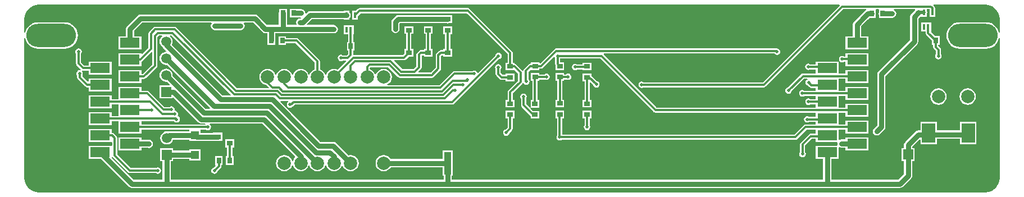
<source format=gtl>
G04*
G04 #@! TF.GenerationSoftware,Altium Limited,Altium Designer,18.1.9 (240)*
G04*
G04 Layer_Physical_Order=1*
G04 Layer_Color=255*
%FSAX25Y25*%
%MOIN*%
G70*
G01*
G75*
%ADD15R,0.07874X0.11811*%
%ADD16R,0.02756X0.03347*%
%ADD17R,0.04331X0.13386*%
%ADD18R,0.01575X0.03347*%
%ADD19R,0.11811X0.05906*%
%ADD20R,0.03347X0.02756*%
%ADD21R,0.04803X0.04921*%
%ADD22R,0.03819X0.03150*%
%ADD38C,0.01200*%
%ADD39C,0.03000*%
%ADD40C,0.01968*%
%ADD41O,0.29528X0.13780*%
%ADD42C,0.07874*%
%ADD43R,0.05906X0.05906*%
%ADD44C,0.05906*%
%ADD45R,0.04724X0.07874*%
%ADD46R,0.05906X0.05906*%
%ADD47C,0.01968*%
G36*
X0685800Y0484806D02*
X0687600Y0484176D01*
X0689215Y0483162D01*
X0690563Y0481813D01*
X0691577Y0480199D01*
X0692207Y0478399D01*
X0692429Y0476430D01*
Y0468385D01*
X0691929Y0468311D01*
X0691523Y0469649D01*
X0690800Y0471002D01*
X0689826Y0472188D01*
X0688640Y0473162D01*
X0687287Y0473885D01*
X0685818Y0474331D01*
X0684291Y0474481D01*
X0668543D01*
X0667016Y0474331D01*
X0665548Y0473885D01*
X0664195Y0473162D01*
X0663008Y0472188D01*
X0662035Y0471002D01*
X0661312Y0469649D01*
X0660866Y0468181D01*
X0660716Y0466653D01*
X0660866Y0465127D01*
X0661312Y0463658D01*
X0662035Y0462305D01*
X0663008Y0461119D01*
X0664195Y0460145D01*
X0665548Y0459422D01*
X0667016Y0458977D01*
X0668543Y0458826D01*
X0684291D01*
X0685818Y0458977D01*
X0687287Y0459422D01*
X0688640Y0460145D01*
X0689826Y0461119D01*
X0690800Y0462305D01*
X0691523Y0463658D01*
X0691929Y0464996D01*
X0692429Y0464922D01*
Y0382090D01*
X0692207Y0380121D01*
X0691577Y0378322D01*
X0690563Y0376707D01*
X0689214Y0375359D01*
X0687600Y0374344D01*
X0685800Y0373715D01*
X0683831Y0373493D01*
X0122168D01*
X0120200Y0373715D01*
X0118400Y0374344D01*
X0116785Y0375359D01*
X0115437Y0376707D01*
X0114423Y0378322D01*
X0113793Y0380121D01*
X0113571Y0382090D01*
Y0464871D01*
X0114071Y0464945D01*
X0114461Y0463658D01*
X0115185Y0462305D01*
X0116158Y0461119D01*
X0117344Y0460145D01*
X0118698Y0459422D01*
X0120166Y0458977D01*
X0121693Y0458826D01*
X0137441D01*
X0138968Y0458977D01*
X0140436Y0459422D01*
X0141790Y0460145D01*
X0142976Y0461119D01*
X0143949Y0462305D01*
X0144673Y0463658D01*
X0145118Y0465127D01*
X0145268Y0466653D01*
X0145118Y0468181D01*
X0144673Y0469649D01*
X0143949Y0471002D01*
X0142976Y0472188D01*
X0141790Y0473162D01*
X0140436Y0473885D01*
X0138968Y0474331D01*
X0137441Y0474481D01*
X0121693D01*
X0120166Y0474331D01*
X0118698Y0473885D01*
X0117344Y0473162D01*
X0116158Y0472188D01*
X0115185Y0471002D01*
X0114461Y0469649D01*
X0114071Y0468362D01*
X0113571Y0468436D01*
Y0476430D01*
X0113793Y0478399D01*
X0114423Y0480199D01*
X0115437Y0481813D01*
X0116785Y0483162D01*
X0118400Y0484176D01*
X0120200Y0484806D01*
X0122169Y0485028D01*
X0597119D01*
X0597326Y0484528D01*
X0551650Y0438852D01*
X0481024D01*
X0480656Y0439098D01*
X0479921Y0439244D01*
X0479186Y0439098D01*
X0478563Y0438681D01*
X0478146Y0438058D01*
X0478000Y0437323D01*
X0478146Y0436588D01*
X0478563Y0435964D01*
X0479186Y0435548D01*
X0479921Y0435402D01*
X0480656Y0435548D01*
X0481024Y0435793D01*
X0552283D01*
X0552869Y0435910D01*
X0553365Y0436241D01*
X0599413Y0482290D01*
X0612969D01*
X0613004Y0482197D01*
X0613052Y0481789D01*
X0612345Y0481317D01*
X0610455Y0479427D01*
X0610375Y0479309D01*
X0605947Y0474880D01*
X0605416Y0474086D01*
X0605230Y0473150D01*
Y0470472D01*
Y0466136D01*
X0600872D01*
Y0458431D01*
X0614483D01*
Y0466136D01*
X0610124D01*
Y0470472D01*
Y0472136D01*
X0613915Y0475927D01*
X0613995Y0476046D01*
X0614962Y0477013D01*
X0618676D01*
Y0478737D01*
X0618845Y0479587D01*
X0618676Y0480437D01*
X0618676Y0482160D01*
X0619122Y0482290D01*
X0620169D01*
X0620616Y0482160D01*
X0620616Y0481789D01*
Y0480437D01*
X0620447Y0479587D01*
X0620616Y0478737D01*
Y0477013D01*
X0625172D01*
Y0477140D01*
X0628517D01*
X0629454Y0477326D01*
X0630247Y0477856D01*
X0630778Y0478650D01*
X0630964Y0479587D01*
X0630778Y0480523D01*
X0630247Y0481317D01*
X0629540Y0481789D01*
X0629588Y0482197D01*
X0629623Y0482290D01*
X0642019D01*
X0642227Y0481789D01*
X0639923Y0479486D01*
X0639393Y0478692D01*
X0639207Y0477756D01*
Y0464124D01*
X0620356Y0445274D01*
X0619826Y0444480D01*
X0619640Y0443543D01*
Y0413415D01*
X0617738Y0411514D01*
X0617208Y0410720D01*
X0617022Y0409784D01*
X0617208Y0408847D01*
X0617738Y0408053D01*
X0618532Y0407523D01*
X0619468Y0407337D01*
X0620405Y0407523D01*
X0621199Y0408053D01*
X0623817Y0410671D01*
X0624347Y0411465D01*
X0624534Y0412402D01*
Y0442530D01*
X0643384Y0461380D01*
X0643914Y0462174D01*
X0644101Y0463110D01*
Y0476742D01*
X0645296Y0477938D01*
X0645675Y0477781D01*
Y0477781D01*
X0649050D01*
Y0479488D01*
X0649137Y0479619D01*
X0649283Y0480354D01*
X0649137Y0481089D01*
X0649050Y0481220D01*
Y0482290D01*
X0650793D01*
Y0477781D01*
X0654168D01*
Y0482928D01*
X0653999D01*
X0653893Y0483459D01*
X0653562Y0483955D01*
X0652989Y0484528D01*
X0653196Y0485028D01*
X0683831D01*
X0685800Y0484806D01*
D02*
G37*
%LPC*%
G36*
X0364665Y0478805D02*
X0335374D01*
X0334438Y0478619D01*
X0333644Y0478089D01*
X0332049Y0476494D01*
X0331519Y0475700D01*
X0331332Y0474764D01*
Y0470512D01*
X0331519Y0469575D01*
X0332049Y0468782D01*
X0332843Y0468251D01*
X0333780Y0468065D01*
X0334716Y0468251D01*
X0335510Y0468782D01*
X0336040Y0469575D01*
X0336227Y0470512D01*
Y0473750D01*
X0336388Y0473911D01*
X0364348D01*
X0364744Y0473833D01*
X0365594Y0474002D01*
X0367317D01*
Y0478557D01*
X0365694D01*
X0365602Y0478619D01*
X0365446Y0478650D01*
X0364665Y0478805D01*
D02*
G37*
G36*
X0275802Y0482514D02*
X0271246D01*
Y0480791D01*
X0271077Y0479941D01*
X0271246Y0479091D01*
Y0477368D01*
X0275802D01*
Y0477494D01*
X0277444D01*
X0277696Y0476994D01*
X0277537Y0476780D01*
X0277205D01*
X0276268Y0476594D01*
X0275474Y0476063D01*
X0274944Y0475270D01*
X0274758Y0474333D01*
X0274944Y0473397D01*
X0274994Y0473321D01*
X0274759Y0472880D01*
X0269475D01*
Y0479941D01*
X0269305Y0480791D01*
Y0482514D01*
X0264750D01*
Y0480791D01*
X0264580Y0479941D01*
Y0472880D01*
X0257588D01*
X0252085Y0478384D01*
X0251291Y0478914D01*
X0250354Y0479101D01*
X0182520D01*
X0181583Y0478914D01*
X0180789Y0478384D01*
X0174530Y0472124D01*
X0173999Y0471330D01*
X0173813Y0470394D01*
Y0466176D01*
X0169454D01*
Y0458470D01*
X0183065D01*
Y0466176D01*
X0178707D01*
Y0469380D01*
X0183533Y0474206D01*
X0224333D01*
X0224600Y0473706D01*
X0224275Y0473220D01*
X0224088Y0472284D01*
X0224275Y0471347D01*
X0224805Y0470553D01*
X0225599Y0470023D01*
X0226535Y0469836D01*
X0241850D01*
X0242787Y0470023D01*
X0243581Y0470553D01*
X0244111Y0471347D01*
X0244297Y0472284D01*
X0244111Y0473220D01*
X0243786Y0473706D01*
X0244053Y0474206D01*
X0249341D01*
X0254844Y0468703D01*
X0255638Y0468172D01*
X0256575Y0467986D01*
X0257691D01*
Y0463563D01*
X0257860Y0462713D01*
Y0460990D01*
X0262416D01*
Y0462713D01*
X0262585Y0463563D01*
Y0467986D01*
X0297165D01*
X0298102Y0468172D01*
X0298896Y0468703D01*
X0299426Y0469497D01*
X0299612Y0470433D01*
X0299426Y0471370D01*
X0298896Y0472163D01*
X0298102Y0472694D01*
X0297165Y0472880D01*
X0281364D01*
X0281173Y0473342D01*
X0284045Y0476214D01*
X0302998D01*
Y0476088D01*
X0306372D01*
Y0476902D01*
X0306415Y0476931D01*
X0306946Y0477725D01*
X0307132Y0478661D01*
X0306946Y0479598D01*
X0306415Y0480392D01*
X0306372Y0480420D01*
Y0481235D01*
X0302998D01*
Y0481108D01*
X0283032D01*
X0282095Y0480922D01*
X0281301Y0480392D01*
X0280728Y0479819D01*
X0280259Y0480056D01*
X0280095Y0480877D01*
X0279565Y0481671D01*
X0278771Y0482202D01*
X0277835Y0482388D01*
X0275802D01*
Y0482514D01*
D02*
G37*
G36*
X0376772Y0482907D02*
X0312520D01*
X0311934Y0482791D01*
X0311438Y0482459D01*
X0310213Y0481235D01*
X0308116D01*
Y0476088D01*
X0311491D01*
Y0478186D01*
X0313153Y0479849D01*
X0376138D01*
X0400301Y0455685D01*
Y0450526D01*
X0399257D01*
Y0445970D01*
X0404404D01*
X0404404Y0445970D01*
Y0445970D01*
X0404823Y0445770D01*
X0406502Y0444091D01*
Y0439767D01*
X0400749Y0434015D01*
X0400418Y0433518D01*
X0400301Y0432933D01*
Y0428439D01*
X0399257D01*
Y0423883D01*
X0404404D01*
Y0428439D01*
X0403360D01*
Y0432300D01*
X0409113Y0438052D01*
X0409223Y0438217D01*
X0409820Y0438211D01*
X0410059Y0437854D01*
X0410682Y0437438D01*
X0411417Y0437291D01*
X0412152Y0437438D01*
X0412776Y0437854D01*
X0413192Y0438477D01*
X0413339Y0439213D01*
X0413192Y0439948D01*
X0412776Y0440571D01*
X0412750Y0440588D01*
Y0445115D01*
X0413623Y0445988D01*
X0414061Y0446167D01*
Y0446167D01*
X0414061Y0446167D01*
X0419207D01*
Y0446915D01*
X0420138D01*
X0420723Y0447032D01*
X0421219Y0447363D01*
X0427792Y0453936D01*
X0428086Y0453846D01*
X0428301Y0453738D01*
X0428510Y0453425D01*
Y0449764D01*
X0428626Y0449179D01*
X0428746Y0449000D01*
Y0446167D01*
X0433892D01*
Y0450723D01*
X0431569D01*
Y0452998D01*
X0455351D01*
X0487147Y0421202D01*
X0487643Y0420870D01*
X0488228Y0420754D01*
X0583155D01*
Y0418340D01*
X0579213D01*
X0578845Y0418586D01*
X0578110Y0418732D01*
X0577375Y0418586D01*
X0576752Y0418169D01*
X0576335Y0417546D01*
X0576189Y0416811D01*
X0576335Y0416076D01*
X0576752Y0415452D01*
X0577375Y0415036D01*
X0578110Y0414890D01*
X0578845Y0415036D01*
X0579213Y0415282D01*
X0583155D01*
Y0413813D01*
X0577126D01*
X0576541Y0413696D01*
X0576045Y0413365D01*
X0570469Y0407789D01*
X0432750D01*
Y0417466D01*
X0433853D01*
Y0422022D01*
X0428706D01*
Y0417466D01*
X0429691D01*
Y0407363D01*
X0429446Y0406995D01*
X0429299Y0406260D01*
X0429446Y0405525D01*
X0429862Y0404901D01*
X0430485Y0404485D01*
X0431220Y0404339D01*
X0431956Y0404485D01*
X0432323Y0404731D01*
X0571102D01*
X0571688Y0404847D01*
X0572184Y0405178D01*
X0577760Y0410754D01*
X0583155D01*
Y0408301D01*
X0580118D01*
X0579533Y0408185D01*
X0579037Y0407853D01*
X0574273Y0403089D01*
X0573941Y0402593D01*
X0573825Y0402008D01*
Y0397323D01*
X0573579Y0396956D01*
X0573433Y0396220D01*
X0573579Y0395485D01*
X0573996Y0394862D01*
X0574619Y0394446D01*
X0575354Y0394299D01*
X0576089Y0394446D01*
X0576713Y0394862D01*
X0577129Y0395485D01*
X0577276Y0396220D01*
X0577129Y0396956D01*
X0576884Y0397323D01*
Y0401374D01*
X0580752Y0405242D01*
X0583155D01*
Y0403431D01*
X0595618D01*
X0596028Y0402931D01*
X0595939Y0402480D01*
X0596107Y0401636D01*
X0595842Y0401136D01*
X0583155D01*
Y0393431D01*
X0587514D01*
Y0380912D01*
X0367211D01*
Y0383234D01*
X0367829D01*
Y0398420D01*
X0361698D01*
Y0393234D01*
X0331030D01*
X0330261Y0394237D01*
X0329250Y0395012D01*
X0328074Y0395500D01*
X0326811Y0395666D01*
X0325548Y0395500D01*
X0324372Y0395012D01*
X0323361Y0394237D01*
X0322586Y0393227D01*
X0322098Y0392050D01*
X0321932Y0390787D01*
X0322098Y0389525D01*
X0322586Y0388348D01*
X0323361Y0387338D01*
X0324372Y0386562D01*
X0325548Y0386075D01*
X0326811Y0385909D01*
X0328074Y0386075D01*
X0329250Y0386562D01*
X0330261Y0387338D01*
X0331030Y0388340D01*
X0361698D01*
Y0383234D01*
X0362317D01*
Y0380912D01*
X0200479D01*
Y0391935D01*
X0201884D01*
Y0393340D01*
X0211462D01*
Y0392289D01*
X0218065D01*
Y0399010D01*
X0211462D01*
Y0398234D01*
X0201884D01*
Y0399640D01*
X0194179D01*
Y0391935D01*
X0195584D01*
Y0380912D01*
X0178415D01*
X0165402Y0393925D01*
X0165443Y0394253D01*
X0165957Y0394385D01*
X0166084Y0394194D01*
X0174942Y0385336D01*
X0175438Y0385004D01*
X0176024Y0384888D01*
X0191575D01*
X0191942Y0384642D01*
X0192677Y0384496D01*
X0193412Y0384642D01*
X0194036Y0385059D01*
X0194452Y0385682D01*
X0194598Y0386417D01*
X0194452Y0387153D01*
X0194036Y0387776D01*
X0193412Y0388192D01*
X0192677Y0388338D01*
X0191942Y0388192D01*
X0191575Y0387947D01*
X0176657D01*
X0168695Y0395909D01*
Y0405787D01*
X0168578Y0406373D01*
X0168247Y0406869D01*
X0166711Y0408404D01*
X0166215Y0408736D01*
X0165630Y0408852D01*
X0165349D01*
Y0411176D01*
X0151738D01*
Y0403470D01*
X0165349D01*
X0165636Y0403089D01*
Y0401557D01*
X0165349Y0401176D01*
X0165136Y0401176D01*
X0151738D01*
Y0393470D01*
X0158935D01*
X0175671Y0376734D01*
X0176465Y0376204D01*
X0177402Y0376017D01*
X0632992D01*
X0633929Y0376204D01*
X0634722Y0376734D01*
X0639762Y0381774D01*
X0640292Y0382568D01*
X0640479Y0383504D01*
Y0392131D01*
X0641884D01*
Y0399837D01*
X0640479D01*
Y0400719D01*
X0644785Y0405025D01*
X0645285Y0404818D01*
Y0401899D01*
X0654959D01*
Y0405388D01*
X0668907D01*
Y0401899D01*
X0678581D01*
Y0415510D01*
X0668907D01*
Y0410282D01*
X0654959D01*
Y0415510D01*
X0645285D01*
Y0410282D01*
X0644134D01*
X0643197Y0410095D01*
X0642404Y0409565D01*
X0636301Y0403463D01*
X0635771Y0402669D01*
X0635584Y0401732D01*
Y0399837D01*
X0634179D01*
Y0392131D01*
X0635584D01*
Y0384518D01*
X0631979Y0380912D01*
X0592408D01*
Y0393431D01*
X0596766D01*
Y0400146D01*
X0597207Y0400382D01*
X0597449Y0400220D01*
X0598386Y0400033D01*
X0600872D01*
Y0398431D01*
X0614483D01*
Y0406136D01*
X0600872D01*
Y0404927D01*
X0598386D01*
X0597449Y0404741D01*
X0597207Y0404579D01*
X0596766Y0404815D01*
Y0410754D01*
X0600872D01*
Y0408431D01*
X0614483D01*
Y0416136D01*
X0600872D01*
Y0413813D01*
X0596766D01*
Y0420754D01*
X0600872D01*
Y0418431D01*
X0614483D01*
Y0426136D01*
X0600872D01*
Y0423813D01*
X0596766D01*
Y0430754D01*
X0600872D01*
Y0428431D01*
X0614483D01*
Y0436136D01*
X0600872D01*
Y0433813D01*
X0596766D01*
Y0440951D01*
X0600872D01*
Y0438431D01*
X0614483D01*
Y0446136D01*
X0600872D01*
Y0444010D01*
X0596766D01*
Y0451136D01*
X0583155D01*
Y0449521D01*
X0579843D01*
X0579475Y0449767D01*
X0578740Y0449913D01*
X0578005Y0449767D01*
X0577382Y0449351D01*
X0576965Y0448727D01*
X0576819Y0447992D01*
X0576965Y0447257D01*
X0577382Y0446634D01*
X0578005Y0446217D01*
X0578740Y0446071D01*
X0579475Y0446217D01*
X0579843Y0446463D01*
X0583155D01*
Y0444010D01*
X0575630D01*
X0575045Y0443893D01*
X0574548Y0443562D01*
X0566854Y0435867D01*
X0566273Y0435751D01*
X0565649Y0435335D01*
X0565233Y0434712D01*
X0565087Y0433976D01*
X0565233Y0433241D01*
X0565649Y0432618D01*
X0566273Y0432201D01*
X0567008Y0432055D01*
X0567743Y0432201D01*
X0568366Y0432618D01*
X0568783Y0433241D01*
X0568840Y0433527D01*
X0576263Y0440951D01*
X0578226D01*
X0578275Y0440451D01*
X0578202Y0440436D01*
X0577578Y0440020D01*
X0577162Y0439397D01*
X0577016Y0438661D01*
X0577162Y0437926D01*
X0577578Y0437303D01*
X0578202Y0436887D01*
X0578635Y0436800D01*
X0579470Y0435966D01*
X0579966Y0435634D01*
X0580551Y0435518D01*
X0583155D01*
Y0433813D01*
X0576339D01*
X0575971Y0434058D01*
X0575236Y0434205D01*
X0574501Y0434058D01*
X0573878Y0433642D01*
X0573461Y0433019D01*
X0573315Y0432283D01*
X0573461Y0431548D01*
X0573878Y0430925D01*
X0574501Y0430509D01*
X0575236Y0430362D01*
X0575971Y0430509D01*
X0576339Y0430754D01*
X0583155D01*
Y0428813D01*
X0579961D01*
X0579594Y0429058D01*
X0578858Y0429205D01*
X0578123Y0429058D01*
X0577500Y0428642D01*
X0577083Y0428019D01*
X0576937Y0427283D01*
X0577083Y0426548D01*
X0577500Y0425925D01*
X0578123Y0425508D01*
X0578858Y0425362D01*
X0579594Y0425508D01*
X0579961Y0425754D01*
X0583155D01*
Y0423813D01*
X0488862D01*
X0457303Y0455372D01*
X0457510Y0455872D01*
X0558716D01*
X0558838Y0455689D01*
X0559462Y0455272D01*
X0560197Y0455126D01*
X0560932Y0455272D01*
X0561555Y0455689D01*
X0561972Y0456312D01*
X0562118Y0457047D01*
X0561972Y0457782D01*
X0561555Y0458406D01*
X0560932Y0458822D01*
X0560197Y0458968D01*
X0559926Y0458914D01*
X0559842Y0458931D01*
X0429095D01*
X0428509Y0458814D01*
X0428013Y0458483D01*
X0419707Y0450177D01*
X0419207Y0450384D01*
Y0450723D01*
X0414061D01*
Y0449974D01*
X0413917D01*
X0413332Y0449858D01*
X0412836Y0449526D01*
X0410139Y0446830D01*
X0409807Y0446333D01*
X0409705Y0445819D01*
X0409511Y0445727D01*
X0409191Y0445689D01*
X0409113Y0445806D01*
X0405589Y0449330D01*
X0405093Y0449661D01*
X0404508Y0449777D01*
X0404404D01*
Y0450526D01*
X0403360D01*
Y0456319D01*
X0403244Y0456904D01*
X0402912Y0457400D01*
X0377853Y0482459D01*
X0377357Y0482791D01*
X0376772Y0482907D01*
D02*
G37*
G36*
X0308931Y0472573D02*
X0302998D01*
Y0467427D01*
X0305715D01*
Y0462790D01*
X0304946D01*
Y0457643D01*
X0305695D01*
Y0455574D01*
X0304957Y0454837D01*
X0302481D01*
X0302113Y0455082D01*
X0301378Y0455228D01*
X0300643Y0455082D01*
X0300020Y0454666D01*
X0299603Y0454042D01*
X0299457Y0453307D01*
X0299603Y0452572D01*
X0300020Y0451949D01*
X0300643Y0451532D01*
X0301378Y0451386D01*
X0302113Y0451532D01*
X0302481Y0451778D01*
X0304276D01*
X0304468Y0451316D01*
X0299456Y0446304D01*
X0298546Y0446681D01*
X0297284Y0446847D01*
X0296021Y0446681D01*
X0294844Y0446194D01*
X0293834Y0445418D01*
X0293058Y0444408D01*
X0292619Y0443348D01*
X0292581Y0443338D01*
X0292143D01*
X0292105Y0443348D01*
X0291666Y0444408D01*
X0290891Y0445418D01*
X0289880Y0446194D01*
X0288970Y0446571D01*
Y0451221D01*
X0288854Y0451806D01*
X0288522Y0452302D01*
X0276180Y0464644D01*
X0275684Y0464976D01*
X0275098Y0465092D01*
X0268912D01*
Y0466136D01*
X0264356D01*
Y0460990D01*
X0268912D01*
Y0462034D01*
X0274465D01*
X0285912Y0450587D01*
Y0446571D01*
X0285002Y0446194D01*
X0283991Y0445418D01*
X0283216Y0444408D01*
X0282777Y0443348D01*
X0282739Y0443338D01*
X0282301D01*
X0282262Y0443348D01*
X0281823Y0444408D01*
X0281048Y0445418D01*
X0280038Y0446194D01*
X0278861Y0446681D01*
X0277598Y0446847D01*
X0276336Y0446681D01*
X0275159Y0446194D01*
X0274149Y0445418D01*
X0273373Y0444408D01*
X0272934Y0443348D01*
X0272896Y0443338D01*
X0272458D01*
X0272420Y0443348D01*
X0271981Y0444408D01*
X0271206Y0445418D01*
X0270195Y0446194D01*
X0269019Y0446681D01*
X0267756Y0446847D01*
X0266493Y0446681D01*
X0265317Y0446194D01*
X0264306Y0445418D01*
X0263531Y0444408D01*
X0263092Y0443348D01*
X0263053Y0443338D01*
X0262616D01*
X0262578Y0443348D01*
X0262139Y0444408D01*
X0261363Y0445418D01*
X0260353Y0446194D01*
X0259176Y0446681D01*
X0257913Y0446847D01*
X0256651Y0446681D01*
X0255474Y0446194D01*
X0254464Y0445418D01*
X0253688Y0444408D01*
X0253201Y0443231D01*
X0253035Y0441968D01*
X0253201Y0440706D01*
X0253688Y0439529D01*
X0254464Y0438519D01*
X0255474Y0437743D01*
X0256651Y0437256D01*
X0257278Y0437173D01*
X0258777Y0435674D01*
X0258586Y0435212D01*
X0239864D01*
X0203706Y0471370D01*
X0203210Y0471702D01*
X0202624Y0471818D01*
X0191234D01*
X0190649Y0471702D01*
X0190152Y0471370D01*
X0187698Y0468916D01*
X0187367Y0468420D01*
X0187250Y0467835D01*
Y0459413D01*
X0183527Y0455690D01*
X0183065Y0455882D01*
Y0456176D01*
X0169454D01*
Y0448470D01*
X0183065D01*
Y0451015D01*
X0183404Y0451241D01*
X0189000Y0456837D01*
X0189462Y0456646D01*
Y0449381D01*
X0183933Y0443852D01*
X0183065D01*
Y0446176D01*
X0169454D01*
Y0438470D01*
X0183065D01*
Y0440794D01*
X0184567D01*
X0185152Y0440910D01*
X0185648Y0441241D01*
X0192073Y0447666D01*
X0192405Y0448162D01*
X0192521Y0448747D01*
Y0465803D01*
X0193378Y0466660D01*
X0195165D01*
X0195334Y0466160D01*
X0194890Y0465819D01*
X0194272Y0465014D01*
X0193884Y0464077D01*
X0193752Y0463071D01*
X0193884Y0462065D01*
X0194272Y0461128D01*
X0194890Y0460323D01*
X0195620Y0459763D01*
X0195907Y0459333D01*
X0197851Y0457389D01*
X0197779Y0457242D01*
X0197583Y0456950D01*
X0196632Y0456824D01*
X0195695Y0456436D01*
X0194890Y0455819D01*
X0194272Y0455014D01*
X0193884Y0454077D01*
X0193752Y0453071D01*
X0193884Y0452065D01*
X0194272Y0451128D01*
X0194890Y0450323D01*
X0195695Y0449706D01*
X0196632Y0449317D01*
X0197638Y0449185D01*
X0198014Y0449234D01*
X0223628Y0423620D01*
X0223437Y0423158D01*
X0221011D01*
X0201474Y0442695D01*
X0201524Y0443071D01*
X0201391Y0444077D01*
X0201003Y0445014D01*
X0200386Y0445819D01*
X0199581Y0446436D01*
X0198644Y0446825D01*
X0197638Y0446957D01*
X0196632Y0446825D01*
X0195695Y0446436D01*
X0194890Y0445819D01*
X0194272Y0445014D01*
X0193884Y0444077D01*
X0193752Y0443071D01*
X0193884Y0442065D01*
X0194272Y0441128D01*
X0194890Y0440323D01*
X0195695Y0439706D01*
X0196632Y0439317D01*
X0197638Y0439185D01*
X0198014Y0439234D01*
X0199863Y0437386D01*
X0199671Y0436924D01*
X0193785D01*
Y0429218D01*
X0201491D01*
Y0429589D01*
X0201953Y0429780D01*
X0216652Y0415081D01*
X0217446Y0414550D01*
X0218382Y0414364D01*
X0220751D01*
X0221003Y0413864D01*
X0220994Y0413852D01*
X0183065D01*
Y0415794D01*
X0202373D01*
X0202565Y0415506D01*
X0203188Y0415089D01*
X0203923Y0414943D01*
X0204658Y0415089D01*
X0205282Y0415506D01*
X0205698Y0416129D01*
X0205844Y0416864D01*
X0205698Y0417599D01*
X0205282Y0418223D01*
X0204760Y0418571D01*
X0204509Y0419095D01*
X0204649Y0419304D01*
X0204795Y0420039D01*
X0204649Y0420775D01*
X0204233Y0421398D01*
X0203609Y0421814D01*
X0203114Y0421913D01*
X0202700Y0422397D01*
X0202748Y0422638D01*
X0202602Y0423373D01*
X0202185Y0423996D01*
X0201562Y0424413D01*
X0200827Y0424559D01*
X0200092Y0424413D01*
X0199724Y0424167D01*
X0196775D01*
X0187538Y0433404D01*
X0187042Y0433736D01*
X0186457Y0433852D01*
X0183065D01*
Y0436176D01*
X0169454D01*
Y0428852D01*
X0165349D01*
Y0431176D01*
X0151738D01*
Y0423470D01*
X0165349D01*
Y0425794D01*
X0169454D01*
Y0418852D01*
X0165349D01*
Y0421176D01*
X0151738D01*
Y0413470D01*
X0165349D01*
Y0415794D01*
X0169454D01*
Y0408470D01*
X0183065D01*
Y0410793D01*
X0211032D01*
X0211462Y0410624D01*
X0211462Y0410293D01*
Y0409711D01*
X0199508D01*
X0198807Y0409571D01*
X0198031Y0409673D01*
X0197026Y0409541D01*
X0196089Y0409153D01*
X0195284Y0408535D01*
X0194666Y0407730D01*
X0194278Y0406793D01*
X0194146Y0405787D01*
X0194278Y0404782D01*
X0194666Y0403844D01*
X0195284Y0403040D01*
X0196089Y0402422D01*
X0197026Y0402034D01*
X0198031Y0401901D01*
X0199037Y0402034D01*
X0199975Y0402422D01*
X0200779Y0403040D01*
X0201397Y0403844D01*
X0201785Y0404782D01*
X0201790Y0404817D01*
X0211462D01*
Y0403903D01*
X0218065D01*
Y0403970D01*
X0225537D01*
Y0403942D01*
X0231156D01*
Y0408892D01*
X0225537D01*
Y0408864D01*
X0218065D01*
X0218065Y0410624D01*
X0218495Y0410793D01*
X0221260D01*
X0221745Y0410469D01*
X0222480Y0410323D01*
X0223216Y0410469D01*
X0223839Y0410886D01*
X0224255Y0411509D01*
X0224401Y0412244D01*
X0224255Y0412979D01*
X0223839Y0413602D01*
X0223447Y0413864D01*
X0223599Y0414364D01*
X0254616D01*
X0274217Y0394763D01*
X0274184Y0394265D01*
X0274149Y0394237D01*
X0273373Y0393227D01*
X0272934Y0392167D01*
X0272896Y0392157D01*
X0272458D01*
X0272420Y0392167D01*
X0271981Y0393227D01*
X0271206Y0394237D01*
X0270195Y0395012D01*
X0269019Y0395500D01*
X0267756Y0395666D01*
X0266493Y0395500D01*
X0265317Y0395012D01*
X0264306Y0394237D01*
X0263531Y0393227D01*
X0263043Y0392050D01*
X0262877Y0390787D01*
X0263043Y0389525D01*
X0263531Y0388348D01*
X0264306Y0387338D01*
X0265317Y0386562D01*
X0266493Y0386075D01*
X0267756Y0385909D01*
X0269019Y0386075D01*
X0270195Y0386562D01*
X0271206Y0387338D01*
X0271981Y0388348D01*
X0272420Y0389408D01*
X0272458Y0389417D01*
X0272896D01*
X0272934Y0389408D01*
X0273373Y0388348D01*
X0274149Y0387338D01*
X0275159Y0386562D01*
X0276336Y0386075D01*
X0277598Y0385909D01*
X0278861Y0386075D01*
X0280038Y0386562D01*
X0281048Y0387338D01*
X0281823Y0388348D01*
X0282262Y0389408D01*
X0282301Y0389417D01*
X0282739D01*
X0282777Y0389408D01*
X0283216Y0388348D01*
X0283991Y0387338D01*
X0285002Y0386562D01*
X0286178Y0386075D01*
X0287441Y0385909D01*
X0288704Y0386075D01*
X0289880Y0386562D01*
X0290891Y0387338D01*
X0291666Y0388348D01*
X0292105Y0389408D01*
X0292143Y0389417D01*
X0292581D01*
X0292619Y0389408D01*
X0293058Y0388348D01*
X0293834Y0387338D01*
X0294844Y0386562D01*
X0296021Y0386075D01*
X0297284Y0385909D01*
X0298546Y0386075D01*
X0299723Y0386562D01*
X0300733Y0387338D01*
X0301509Y0388348D01*
X0301948Y0389408D01*
X0301986Y0389417D01*
X0302424D01*
X0302462Y0389408D01*
X0302901Y0388348D01*
X0303676Y0387338D01*
X0304687Y0386562D01*
X0305863Y0386075D01*
X0307126Y0385909D01*
X0308389Y0386075D01*
X0309565Y0386562D01*
X0310576Y0387338D01*
X0311351Y0388348D01*
X0311839Y0389525D01*
X0312005Y0390787D01*
X0311839Y0392050D01*
X0311351Y0393227D01*
X0310576Y0394237D01*
X0309565Y0395012D01*
X0308389Y0395500D01*
X0307126Y0395666D01*
X0305873Y0395501D01*
X0298619Y0402755D01*
X0297825Y0403285D01*
X0296889Y0403471D01*
X0289248D01*
X0265484Y0427236D01*
X0265691Y0427736D01*
X0270140D01*
X0270291Y0427236D01*
X0269862Y0426949D01*
X0269446Y0426326D01*
X0269299Y0425591D01*
X0269446Y0424855D01*
X0269862Y0424232D01*
X0270485Y0423816D01*
X0271220Y0423669D01*
X0271956Y0423816D01*
X0272579Y0424232D01*
X0272597Y0424259D01*
X0272971Y0424509D01*
X0274098Y0425636D01*
X0367559D01*
X0368144Y0425752D01*
X0368640Y0426084D01*
X0395184Y0452627D01*
X0395617Y0452713D01*
X0396240Y0453130D01*
X0396657Y0453753D01*
X0396803Y0454488D01*
X0396657Y0455223D01*
X0396240Y0455847D01*
X0395617Y0456263D01*
X0394882Y0456409D01*
X0394147Y0456263D01*
X0393523Y0455847D01*
X0393107Y0455223D01*
X0393021Y0454790D01*
X0382720Y0444489D01*
X0382426Y0444579D01*
X0382211Y0444687D01*
X0381831Y0445256D01*
X0381208Y0445673D01*
X0380472Y0445819D01*
X0379737Y0445673D01*
X0379370Y0445427D01*
X0368785D01*
X0368199Y0445311D01*
X0367703Y0444979D01*
X0359819Y0437095D01*
X0328991D01*
X0328892Y0437595D01*
X0329250Y0437743D01*
X0330261Y0438519D01*
X0331036Y0439529D01*
X0331523Y0440706D01*
X0331690Y0441968D01*
X0331523Y0443231D01*
X0331036Y0444408D01*
X0330261Y0445418D01*
X0329250Y0446194D01*
X0328074Y0446681D01*
X0326811Y0446847D01*
X0325548Y0446681D01*
X0324372Y0446194D01*
X0323361Y0445418D01*
X0322586Y0444408D01*
X0322147Y0443348D01*
X0322109Y0443338D01*
X0321671D01*
X0321633Y0443348D01*
X0321194Y0444408D01*
X0320418Y0445418D01*
X0319408Y0446194D01*
X0318498Y0446571D01*
Y0447319D01*
X0318980Y0447801D01*
X0329389D01*
X0335240Y0441950D01*
X0335736Y0441618D01*
X0336321Y0441502D01*
X0355354D01*
X0355940Y0441618D01*
X0356436Y0441950D01*
X0360333Y0445848D01*
X0360665Y0446344D01*
X0360781Y0446929D01*
Y0454288D01*
X0361322Y0454829D01*
X0362132D01*
Y0454080D01*
X0367278D01*
Y0458636D01*
X0366273D01*
Y0467506D01*
X0367317D01*
Y0472061D01*
X0362171D01*
Y0467506D01*
X0363215D01*
Y0458636D01*
X0362132D01*
Y0457888D01*
X0360689D01*
X0360104Y0457771D01*
X0359608Y0457440D01*
X0358171Y0456003D01*
X0357839Y0455507D01*
X0357723Y0454921D01*
Y0447563D01*
X0354721Y0444561D01*
X0347495D01*
X0347304Y0445023D01*
X0348837Y0446556D01*
X0349169Y0447052D01*
X0349285Y0447638D01*
Y0454760D01*
X0349354Y0454829D01*
X0350675D01*
Y0454080D01*
X0355821D01*
Y0458636D01*
X0354777D01*
Y0467545D01*
X0355821D01*
Y0472101D01*
X0350675D01*
Y0467545D01*
X0351719D01*
Y0458636D01*
X0350675D01*
Y0457888D01*
X0348721D01*
X0348135Y0457771D01*
X0347639Y0457440D01*
X0346674Y0456475D01*
X0346343Y0455979D01*
X0346227Y0455394D01*
Y0448271D01*
X0344616Y0446661D01*
X0337825D01*
X0332946Y0451539D01*
X0333138Y0452001D01*
X0338924D01*
X0339510Y0452118D01*
X0340006Y0452449D01*
X0341598Y0454041D01*
X0344286D01*
Y0458597D01*
X0343242D01*
Y0467584D01*
X0344286D01*
Y0472140D01*
X0339139D01*
Y0467584D01*
X0340183D01*
Y0458597D01*
X0339139D01*
Y0455909D01*
X0338291Y0455060D01*
X0308846D01*
X0308754Y0455135D01*
Y0457643D01*
X0309502D01*
Y0462790D01*
X0308773D01*
Y0467427D01*
X0308931D01*
Y0472573D01*
D02*
G37*
G36*
X0614483Y0456136D02*
X0600872D01*
Y0454088D01*
X0599961D01*
X0599593Y0454334D01*
X0598858Y0454480D01*
X0598123Y0454334D01*
X0597500Y0453918D01*
X0597083Y0453294D01*
X0596937Y0452559D01*
X0597083Y0451824D01*
X0597500Y0451201D01*
X0598123Y0450784D01*
X0598858Y0450638D01*
X0599593Y0450784D01*
X0599961Y0451030D01*
X0600872D01*
Y0448431D01*
X0614483D01*
Y0456136D01*
D02*
G37*
G36*
X0651609Y0474266D02*
X0645675D01*
Y0469120D01*
X0648392D01*
Y0468189D01*
X0648508Y0467604D01*
X0648840Y0467107D01*
X0652092Y0463855D01*
Y0461167D01*
X0652841D01*
Y0459728D01*
X0652957Y0459142D01*
X0653289Y0458646D01*
X0654414Y0457521D01*
Y0455551D01*
X0654169Y0455183D01*
X0654022Y0454448D01*
X0654169Y0453713D01*
X0654585Y0453089D01*
X0655208Y0452673D01*
X0655944Y0452527D01*
X0656679Y0452673D01*
X0657302Y0453089D01*
X0657719Y0453713D01*
X0657865Y0454448D01*
X0657719Y0455183D01*
X0657473Y0455551D01*
Y0458154D01*
X0657357Y0458739D01*
X0657025Y0459236D01*
X0655899Y0460361D01*
Y0461167D01*
X0656648D01*
Y0466313D01*
X0653960D01*
X0651640Y0468633D01*
X0651609Y0469120D01*
X0651609D01*
Y0474266D01*
D02*
G37*
G36*
X0450034Y0450526D02*
X0444887D01*
Y0449403D01*
X0441496D01*
X0441129Y0449649D01*
X0440394Y0449795D01*
X0439658Y0449649D01*
X0439035Y0449232D01*
X0438619Y0448609D01*
X0438473Y0447874D01*
X0438619Y0447139D01*
X0439035Y0446516D01*
X0439658Y0446099D01*
X0440394Y0445953D01*
X0441129Y0446099D01*
X0441496Y0446345D01*
X0444887D01*
Y0445970D01*
X0450034D01*
Y0450526D01*
D02*
G37*
G36*
X0145678Y0458929D02*
X0144943Y0458783D01*
X0144319Y0458366D01*
X0143903Y0457743D01*
X0143757Y0457008D01*
X0143903Y0456273D01*
X0144149Y0455905D01*
Y0449913D01*
X0144265Y0449327D01*
X0144597Y0448831D01*
X0147052Y0446376D01*
X0146806Y0445915D01*
X0146299Y0446016D01*
X0145564Y0445869D01*
X0144941Y0445453D01*
X0144524Y0444830D01*
X0144378Y0444095D01*
X0144524Y0443359D01*
X0144888Y0442815D01*
Y0441772D01*
X0145004Y0441186D01*
X0145336Y0440690D01*
X0149785Y0436241D01*
X0150281Y0435910D01*
X0150866Y0435793D01*
X0151738D01*
Y0433470D01*
X0165349D01*
Y0441176D01*
X0151738D01*
Y0439321D01*
X0151238Y0439114D01*
X0147947Y0442405D01*
Y0443169D01*
X0148074Y0443359D01*
X0148220Y0444095D01*
X0148074Y0444830D01*
X0147695Y0445398D01*
X0147766Y0445607D01*
X0147942Y0445858D01*
X0148268Y0445793D01*
X0151738D01*
Y0443470D01*
X0165349D01*
Y0451176D01*
X0151738D01*
Y0448852D01*
X0148901D01*
X0147207Y0450546D01*
Y0455905D01*
X0147453Y0456273D01*
X0147599Y0457008D01*
X0147453Y0457743D01*
X0147036Y0458366D01*
X0146413Y0458783D01*
X0145678Y0458929D01*
D02*
G37*
G36*
X0419207Y0444227D02*
X0414061D01*
Y0439671D01*
X0415065D01*
Y0428361D01*
X0414021D01*
Y0424297D01*
X0414021Y0423888D01*
X0413609Y0423594D01*
X0411333Y0425870D01*
Y0429134D01*
X0411578Y0429501D01*
X0411724Y0430236D01*
X0411578Y0430971D01*
X0411162Y0431595D01*
X0410538Y0432011D01*
X0409803Y0432157D01*
X0409068Y0432011D01*
X0408445Y0431595D01*
X0408028Y0430971D01*
X0407882Y0430236D01*
X0408028Y0429501D01*
X0408274Y0429134D01*
Y0425236D01*
X0408390Y0424651D01*
X0408722Y0424155D01*
X0414021Y0418855D01*
Y0417309D01*
X0419168D01*
Y0421865D01*
X0415338D01*
X0413810Y0423392D01*
X0414105Y0423805D01*
X0414487Y0423805D01*
X0419168D01*
Y0428361D01*
X0418124D01*
Y0439671D01*
X0419207D01*
Y0440419D01*
X0422607D01*
X0422651Y0440390D01*
X0423386Y0440244D01*
X0424121Y0440390D01*
X0424744Y0440807D01*
X0425161Y0441430D01*
X0425307Y0442165D01*
X0425161Y0442901D01*
X0424744Y0443524D01*
X0424121Y0443940D01*
X0423386Y0444087D01*
X0422651Y0443940D01*
X0422027Y0443524D01*
X0421997Y0443478D01*
X0419207D01*
Y0444227D01*
D02*
G37*
G36*
X0433892D02*
X0428746D01*
Y0439671D01*
X0429789D01*
Y0428518D01*
X0428706D01*
Y0423962D01*
X0433853D01*
Y0428518D01*
X0432848D01*
Y0439671D01*
X0433892D01*
Y0440419D01*
X0435383D01*
X0435485Y0440351D01*
X0436221Y0440205D01*
X0436956Y0440351D01*
X0437579Y0440767D01*
X0437995Y0441391D01*
X0438142Y0442126D01*
X0437995Y0442861D01*
X0437579Y0443484D01*
X0436956Y0443901D01*
X0436221Y0444047D01*
X0435485Y0443901D01*
X0434862Y0443484D01*
X0434858Y0443478D01*
X0433892D01*
Y0444227D01*
D02*
G37*
G36*
X0394724Y0449638D02*
X0393989Y0449492D01*
X0393366Y0449075D01*
X0392950Y0448452D01*
X0392803Y0447717D01*
X0392950Y0446981D01*
X0393195Y0446614D01*
Y0443858D01*
X0393311Y0443273D01*
X0393643Y0442777D01*
X0395749Y0440670D01*
X0396245Y0440339D01*
X0396831Y0440223D01*
X0399257D01*
Y0439474D01*
X0404404D01*
Y0444030D01*
X0399257D01*
Y0443281D01*
X0397464D01*
X0396254Y0444492D01*
Y0446614D01*
X0396499Y0446981D01*
X0396646Y0447717D01*
X0396499Y0448452D01*
X0396083Y0449075D01*
X0395460Y0449492D01*
X0394724Y0449638D01*
D02*
G37*
G36*
X0450034Y0444030D02*
X0444887D01*
Y0439474D01*
X0445931D01*
Y0428479D01*
X0444887D01*
Y0423923D01*
X0450034D01*
Y0428479D01*
X0448990D01*
Y0438770D01*
X0449490Y0438977D01*
X0451131Y0437336D01*
X0451217Y0436903D01*
X0451634Y0436279D01*
X0452257Y0435863D01*
X0452992Y0435717D01*
X0453727Y0435863D01*
X0454351Y0436279D01*
X0454767Y0436903D01*
X0454913Y0437638D01*
X0454767Y0438373D01*
X0454351Y0438996D01*
X0453727Y0439413D01*
X0453294Y0439499D01*
X0450034Y0442759D01*
Y0444030D01*
D02*
G37*
G36*
X0673350Y0435237D02*
X0672088Y0435071D01*
X0670911Y0434583D01*
X0669901Y0433808D01*
X0669125Y0432798D01*
X0668638Y0431621D01*
X0668472Y0430358D01*
X0668638Y0429096D01*
X0669125Y0427919D01*
X0669901Y0426908D01*
X0670911Y0426133D01*
X0672088Y0425646D01*
X0673350Y0425480D01*
X0674613Y0425646D01*
X0675790Y0426133D01*
X0676800Y0426908D01*
X0677575Y0427919D01*
X0678063Y0429096D01*
X0678229Y0430358D01*
X0678063Y0431621D01*
X0677575Y0432798D01*
X0676800Y0433808D01*
X0675790Y0434583D01*
X0674613Y0435071D01*
X0673350Y0435237D01*
D02*
G37*
G36*
X0656028D02*
X0654765Y0435071D01*
X0653588Y0434583D01*
X0652578Y0433808D01*
X0651802Y0432798D01*
X0651315Y0431621D01*
X0651149Y0430358D01*
X0651315Y0429096D01*
X0651802Y0427919D01*
X0652578Y0426908D01*
X0653588Y0426133D01*
X0654765Y0425646D01*
X0656028Y0425480D01*
X0657290Y0425646D01*
X0658467Y0426133D01*
X0659477Y0426908D01*
X0660253Y0427919D01*
X0660740Y0429096D01*
X0660906Y0430358D01*
X0660740Y0431621D01*
X0660253Y0432798D01*
X0659477Y0433808D01*
X0658467Y0434583D01*
X0657290Y0435071D01*
X0656028Y0435237D01*
D02*
G37*
G36*
X0450034Y0421983D02*
X0444887D01*
Y0417427D01*
X0445931D01*
Y0413357D01*
X0445705Y0413019D01*
X0445559Y0412284D01*
X0445705Y0411548D01*
X0446122Y0410925D01*
X0446745Y0410508D01*
X0447480Y0410362D01*
X0448215Y0410508D01*
X0448839Y0410925D01*
X0449255Y0411548D01*
X0449402Y0412284D01*
X0449255Y0413019D01*
X0448990Y0413416D01*
Y0417427D01*
X0450034D01*
Y0421983D01*
D02*
G37*
G36*
X0404404Y0421943D02*
X0399257D01*
Y0417387D01*
X0400301D01*
Y0411874D01*
X0399265Y0410838D01*
X0398832Y0410751D01*
X0398208Y0410335D01*
X0397792Y0409712D01*
X0397646Y0408976D01*
X0397792Y0408241D01*
X0398208Y0407618D01*
X0398832Y0407201D01*
X0399567Y0407055D01*
X0400302Y0407201D01*
X0400925Y0407618D01*
X0401342Y0408241D01*
X0401428Y0408675D01*
X0402912Y0410159D01*
X0403244Y0410655D01*
X0403360Y0411240D01*
Y0417387D01*
X0404404D01*
Y0421943D01*
D02*
G37*
G36*
X0183065Y0406176D02*
X0169454D01*
Y0398470D01*
X0183065D01*
Y0399876D01*
X0187045D01*
X0187441Y0399797D01*
X0188377Y0399983D01*
X0189171Y0400514D01*
X0189702Y0401308D01*
X0189888Y0402244D01*
X0189702Y0403181D01*
X0189171Y0403974D01*
X0189093Y0404053D01*
X0188299Y0404584D01*
X0187362Y0404770D01*
X0183065D01*
Y0406176D01*
D02*
G37*
G36*
X0238243Y0405152D02*
X0232624D01*
Y0400202D01*
X0233923D01*
Y0394994D01*
X0233175D01*
Y0389848D01*
X0237731D01*
Y0394994D01*
X0236982D01*
Y0400202D01*
X0238243D01*
Y0405152D01*
D02*
G37*
G36*
X0231235Y0394994D02*
X0226679D01*
Y0389848D01*
X0226899D01*
X0227106Y0389348D01*
X0226037Y0388279D01*
X0225603Y0388192D01*
X0224980Y0387776D01*
X0224564Y0387153D01*
X0224417Y0386417D01*
X0224564Y0385682D01*
X0224980Y0385059D01*
X0225603Y0384642D01*
X0226339Y0384496D01*
X0227074Y0384642D01*
X0227697Y0385059D01*
X0228114Y0385682D01*
X0228200Y0386116D01*
X0230038Y0387954D01*
X0230370Y0388450D01*
X0230486Y0389035D01*
Y0389848D01*
X0231235D01*
Y0394994D01*
D02*
G37*
%LPD*%
G36*
X0235952Y0431492D02*
X0235760Y0431030D01*
X0231132D01*
X0201012Y0461149D01*
X0201391Y0462065D01*
X0201524Y0463071D01*
X0201391Y0464077D01*
X0201003Y0465014D01*
X0200386Y0465819D01*
X0199941Y0466160D01*
X0200111Y0466660D01*
X0200784D01*
X0235952Y0431492D01*
D02*
G37*
D15*
X0673744Y0452012D02*
D03*
X0650122D02*
D03*
Y0408705D02*
D03*
X0673744D02*
D03*
D16*
X0622894Y0479587D02*
D03*
X0616398D02*
D03*
X0273524Y0479941D02*
D03*
X0267028D02*
D03*
X0647874Y0463740D02*
D03*
X0654370D02*
D03*
X0266634Y0463563D02*
D03*
X0260138D02*
D03*
X0313720Y0460217D02*
D03*
X0307224D02*
D03*
X0228957Y0392421D02*
D03*
X0235453D02*
D03*
D17*
X0364764Y0390827D02*
D03*
Y0416457D02*
D03*
D18*
X0647362Y0480354D02*
D03*
X0652480D02*
D03*
Y0471693D02*
D03*
X0649921D02*
D03*
X0647362D02*
D03*
X0304685Y0478661D02*
D03*
X0309803D02*
D03*
Y0470000D02*
D03*
X0307244D02*
D03*
X0304685D02*
D03*
D19*
X0607677Y0402283D02*
D03*
Y0412284D02*
D03*
Y0422284D02*
D03*
Y0432283D02*
D03*
Y0442283D02*
D03*
Y0452283D02*
D03*
Y0462284D02*
D03*
X0589961Y0397284D02*
D03*
Y0407283D02*
D03*
Y0417283D02*
D03*
Y0427283D02*
D03*
Y0437284D02*
D03*
Y0447284D02*
D03*
Y0457283D02*
D03*
X0176260Y0402323D02*
D03*
Y0412323D02*
D03*
Y0422323D02*
D03*
Y0432323D02*
D03*
Y0442323D02*
D03*
Y0452323D02*
D03*
Y0462323D02*
D03*
X0158543Y0397323D02*
D03*
Y0407323D02*
D03*
Y0417323D02*
D03*
Y0427323D02*
D03*
Y0437323D02*
D03*
Y0447323D02*
D03*
Y0457323D02*
D03*
D20*
X0431280Y0419744D02*
D03*
Y0426240D02*
D03*
X0416595Y0419587D02*
D03*
Y0426083D02*
D03*
X0401831Y0419665D02*
D03*
Y0426161D02*
D03*
X0447461Y0419705D02*
D03*
Y0426201D02*
D03*
X0431319Y0448445D02*
D03*
Y0441949D02*
D03*
X0416634Y0448445D02*
D03*
Y0441949D02*
D03*
X0447461Y0448248D02*
D03*
Y0441752D02*
D03*
X0401831D02*
D03*
Y0448248D02*
D03*
X0364744Y0469783D02*
D03*
Y0476279D02*
D03*
X0353248Y0469823D02*
D03*
Y0476319D02*
D03*
X0341713Y0469862D02*
D03*
Y0476358D02*
D03*
X0364705Y0449862D02*
D03*
Y0456358D02*
D03*
X0353248Y0449862D02*
D03*
Y0456358D02*
D03*
X0341713Y0449823D02*
D03*
Y0456319D02*
D03*
D21*
X0214764Y0407264D02*
D03*
Y0395650D02*
D03*
D22*
X0228346Y0406417D02*
D03*
X0235433Y0410157D02*
D03*
Y0402677D02*
D03*
D38*
X0145678Y0449913D02*
X0148268Y0447323D01*
X0145678Y0449913D02*
Y0457008D01*
X0580551Y0437047D02*
X0590748D01*
X0146417Y0441772D02*
Y0444095D01*
X0655944Y0454448D02*
Y0458154D01*
X0654370Y0459728D02*
X0655944Y0458154D01*
X0654370Y0459728D02*
Y0463740D01*
X0649921Y0468189D02*
Y0471693D01*
Y0468189D02*
X0654370Y0463740D01*
X0652480Y0480354D02*
Y0482874D01*
X0651535Y0483819D02*
X0652480Y0482874D01*
X0447461Y0426201D02*
Y0441752D01*
Y0426083D02*
Y0426201D01*
X0367835Y0433976D02*
X0369016D01*
X0363124Y0429265D02*
X0367835Y0433976D01*
X0265183Y0429265D02*
X0363124D01*
X0309856Y0451431D02*
X0330892D01*
X0307126Y0448701D02*
X0309856Y0451431D01*
X0307126Y0441968D02*
Y0448701D01*
X0401831Y0448248D02*
Y0456319D01*
X0376772Y0481378D02*
X0401831Y0456319D01*
X0312520Y0481378D02*
X0376772D01*
X0598858Y0452559D02*
X0608779D01*
X0416634Y0448445D02*
X0420138D01*
X0307224Y0454941D02*
Y0460217D01*
X0266634Y0463563D02*
X0275098D01*
X0307244Y0460236D02*
Y0470000D01*
X0307224Y0460217D02*
X0307244Y0460236D01*
X0309803Y0478661D02*
X0312520Y0481378D01*
X0235453Y0392421D02*
Y0402658D01*
X0235433Y0402677D02*
X0235453Y0402658D01*
X0158543Y0407323D02*
X0165630D01*
X0167165Y0405787D01*
Y0395276D02*
Y0405787D01*
X0226339Y0386417D02*
X0228957Y0389035D01*
Y0392421D01*
X0575354Y0396220D02*
Y0402008D01*
X0580118Y0406772D01*
X0588346D01*
X0167165Y0395276D02*
X0176024Y0386417D01*
X0192677D01*
X0222480Y0412244D02*
Y0412323D01*
X0431220Y0406260D02*
Y0419567D01*
X0431319Y0419665D01*
X0176260Y0412323D02*
X0222480D01*
X0431220Y0406260D02*
X0571102D01*
X0577126Y0412284D01*
X0607677D01*
X0203465Y0417323D02*
X0203923Y0416864D01*
X0399567Y0408976D02*
X0401831Y0411240D01*
Y0419665D01*
X0416595Y0426083D02*
Y0441910D01*
X0416634Y0441949D01*
X0431319Y0426161D02*
Y0441949D01*
X0431319Y0441949D02*
X0431319Y0441949D01*
X0401831Y0426161D02*
Y0432933D01*
Y0448248D02*
X0404508D01*
X0447461Y0412303D02*
X0447480Y0412284D01*
X0447461Y0412303D02*
Y0419587D01*
X0578858Y0427283D02*
X0589961D01*
X0488228Y0422284D02*
X0607677D01*
X0176260Y0432323D02*
X0186457D01*
X0575079Y0432283D02*
X0575236D01*
X0607677D01*
X0158543Y0417323D02*
X0203465D01*
X0176260Y0422323D02*
X0188976D01*
X0189173Y0422520D01*
X0404508Y0448248D02*
X0408032Y0444724D01*
X0401831Y0432933D02*
X0408032Y0439134D01*
Y0444724D01*
X0431319Y0448445D02*
X0431339Y0448465D01*
X0196142Y0422638D02*
X0200827D01*
X0186457Y0432323D02*
X0196142Y0422638D01*
X0275098Y0463563D02*
X0287441Y0451221D01*
Y0441968D02*
Y0451221D01*
X0415453Y0419587D02*
X0416595D01*
X0409803Y0425236D02*
X0415453Y0419587D01*
X0409803Y0425236D02*
Y0430236D01*
X0567008Y0433976D02*
X0567126D01*
X0575630Y0442480D01*
X0603504D01*
X0604173Y0441811D01*
X0598779Y0483819D02*
X0651535D01*
X0552283Y0437323D02*
X0598779Y0483819D01*
X0479921Y0437323D02*
X0552283D01*
X0447461Y0441752D02*
X0448878D01*
X0452992Y0437638D01*
X0348721Y0456358D02*
X0353248D01*
X0347756Y0455394D02*
X0348721Y0456358D01*
X0347756Y0447638D02*
Y0455394D01*
X0360689Y0456358D02*
X0364705D01*
X0359252Y0454921D02*
X0360689Y0456358D01*
X0359252Y0446929D02*
Y0454921D01*
X0355354Y0443032D02*
X0359252Y0446929D01*
X0305591Y0453307D02*
X0307224Y0454941D01*
X0316968Y0441968D02*
Y0447953D01*
X0336321Y0443032D02*
X0355354D01*
X0337191Y0445131D02*
X0345250D01*
X0347756Y0447638D01*
X0341713Y0456319D02*
Y0469862D01*
X0353248Y0456358D02*
Y0469823D01*
X0364744Y0456398D02*
Y0469783D01*
X0364705Y0456358D02*
X0364744Y0456398D01*
X0176260Y0452323D02*
X0182323D01*
X0368150Y0437323D02*
X0373701D01*
X0411221Y0445748D02*
X0413917Y0448445D01*
X0416634D01*
X0176260Y0442323D02*
X0184567D01*
X0148268Y0447323D02*
X0158543D01*
X0440394Y0447874D02*
X0447087D01*
X0447461Y0448248D01*
X0578740Y0447992D02*
X0589252D01*
X0589961Y0447284D01*
X0396831Y0441752D02*
X0401831D01*
X0578937Y0438661D02*
X0580551Y0437047D01*
X0394724Y0443858D02*
Y0447717D01*
Y0443858D02*
X0396831Y0441752D01*
X0316968Y0447953D02*
X0318347Y0449331D01*
X0330022D01*
X0336321Y0443032D01*
X0330892Y0451431D02*
X0337191Y0445131D01*
X0297284Y0441968D02*
X0308846Y0453531D01*
X0338924D01*
X0341713Y0456319D01*
X0367559Y0427165D02*
X0394882Y0454488D01*
X0362192Y0431365D02*
X0368150Y0437323D01*
X0257913Y0438701D02*
Y0441968D01*
Y0438701D02*
X0260831Y0435783D01*
X0361322Y0433465D02*
X0367664Y0439807D01*
X0376421D02*
Y0440232D01*
X0416634Y0441949D02*
X0423169D01*
X0367664Y0439807D02*
X0376421D01*
X0273465Y0427165D02*
X0367559D01*
X0271890Y0425591D02*
X0273465Y0427165D01*
X0271220Y0425591D02*
X0271890D01*
X0262866Y0431583D02*
X0265183Y0429265D01*
X0263736Y0433683D02*
X0266053Y0431365D01*
X0362192D01*
X0260831Y0435783D02*
X0264606D01*
X0266923Y0433465D01*
X0361322D01*
X0267756Y0437992D02*
Y0441968D01*
Y0437992D02*
X0270183Y0435565D01*
X0360452D01*
X0368785Y0443898D01*
X0380472D01*
X0436043Y0441949D02*
X0436221Y0442126D01*
X0431319Y0441949D02*
X0436043D01*
X0423169D02*
X0423386Y0442165D01*
X0301378Y0453307D02*
X0305591D01*
X0150866Y0437323D02*
X0158543D01*
X0146417Y0441772D02*
X0150866Y0437323D01*
X0184567Y0442323D02*
X0190992Y0448747D01*
Y0466436D01*
X0182323Y0452323D02*
X0188779Y0458779D01*
Y0467835D01*
X0191234Y0470289D01*
X0238024Y0431583D02*
X0262866D01*
X0191234Y0470289D02*
X0202624D01*
X0239231Y0433683D01*
X0263736D01*
X0190992Y0466436D02*
X0192744Y0468189D01*
X0201417D01*
X0238024Y0431583D01*
X0411221Y0439409D02*
X0411417Y0439213D01*
X0411221Y0439409D02*
Y0445748D01*
X0608779Y0452559D02*
X0609094Y0452244D01*
X0195472Y0420039D02*
X0202874D01*
X0158543Y0427323D02*
X0188189D01*
X0195472Y0420039D01*
X0588819Y0416811D02*
X0588898Y0416732D01*
X0578110Y0416811D02*
X0588819D01*
X0559842Y0457402D02*
X0560197Y0457047D01*
X0420138Y0448445D02*
X0429095Y0457402D01*
X0559842D01*
X0430039Y0449764D02*
X0431339Y0448465D01*
X0430039Y0449764D02*
Y0454528D01*
X0455984D01*
X0488228Y0422284D01*
D39*
X0619468Y0409784D02*
X0622087Y0412402D01*
X0641653Y0477756D02*
X0644252Y0480354D01*
X0641653Y0463110D02*
Y0477756D01*
X0622087Y0443543D02*
X0641653Y0463110D01*
X0638031Y0401732D02*
X0644134Y0407835D01*
X0297284Y0390787D02*
Y0394764D01*
X0294923Y0397124D02*
X0297284Y0394764D01*
X0286619Y0397124D02*
X0294923D01*
X0296889Y0401024D02*
X0307126Y0390787D01*
X0288235Y0401024D02*
X0296889D01*
X0283032Y0478661D02*
X0304685D01*
X0278703Y0474333D02*
X0283032Y0478661D01*
X0277205Y0474333D02*
X0278703D01*
X0226535Y0472284D02*
X0241850D01*
X0341713Y0476358D02*
X0364665D01*
X0622087Y0412402D02*
Y0443543D01*
X0622894Y0479587D02*
X0628517D01*
X0614075D02*
X0616398D01*
X0612185Y0477697D02*
X0614075Y0479587D01*
X0612185Y0477658D02*
Y0477697D01*
X0607677Y0473150D02*
X0612185Y0477658D01*
X0607677Y0470472D02*
Y0473150D01*
X0273524Y0479941D02*
X0277835D01*
X0259370Y0470433D02*
X0266417D01*
X0256575D02*
X0259370D01*
X0250354Y0476653D02*
X0256575Y0470433D01*
X0259370D02*
X0260138Y0469665D01*
Y0463563D02*
Y0469665D01*
X0182520Y0476653D02*
X0250354D01*
X0266417Y0470433D02*
X0267028Y0471043D01*
Y0479941D01*
X0266417Y0470433D02*
X0297165D01*
X0333780Y0470512D02*
Y0474764D01*
X0607480Y0402480D02*
X0607677Y0402283D01*
X0598386Y0402480D02*
X0607480D01*
X0187362Y0402323D02*
X0187441Y0402244D01*
X0176260Y0402323D02*
X0187362D01*
X0364724Y0390787D02*
X0364764Y0390827D01*
X0326811Y0390787D02*
X0364724D01*
X0364370Y0378465D02*
X0632992D01*
X0198031D02*
X0364370D01*
X0364764Y0378858D01*
Y0390827D01*
X0177402Y0378465D02*
X0198031D01*
X0214311Y0395787D02*
X0215197Y0394902D01*
X0198031Y0395787D02*
X0214311D01*
X0198031Y0378465D02*
Y0395787D01*
X0589685Y0378504D02*
X0589961Y0378780D01*
Y0397284D01*
X0632992Y0378465D02*
X0638031Y0383504D01*
Y0395984D01*
Y0401732D01*
X0158543Y0397323D02*
X0177402Y0378465D01*
X0214764Y0407264D02*
X0215610Y0406417D01*
X0228346D01*
X0198031Y0405787D02*
X0199508Y0407264D01*
X0214764D01*
X0197638Y0433071D02*
X0202122D01*
X0197638Y0461063D02*
Y0463071D01*
X0333780Y0474764D02*
X0335374Y0476358D01*
X0364665D02*
X0364744Y0476279D01*
X0335374Y0476358D02*
X0341713D01*
X0176260Y0462323D02*
Y0470394D01*
X0182520Y0476653D01*
X0202122Y0433071D02*
X0218382Y0416811D01*
X0197638Y0443071D02*
X0219998Y0420711D01*
X0197638Y0461063D02*
X0230118Y0428583D01*
X0607677Y0462284D02*
Y0470472D01*
X0295748Y0390787D02*
X0297284D01*
X0219998Y0420711D02*
X0257517D01*
X0287441Y0390787D01*
X0259133Y0424611D02*
X0286619Y0397124D01*
X0230118Y0428583D02*
X0260677D01*
X0288235Y0401024D01*
X0218382Y0416811D02*
X0255630D01*
X0277598Y0394843D01*
Y0390787D02*
Y0394843D01*
X0197638Y0453071D02*
X0226098Y0424611D01*
X0259133D01*
X0644134Y0407835D02*
X0673060D01*
D40*
X0644252Y0480354D02*
X0647362D01*
D41*
X0129567Y0466653D02*
D03*
X0676417D02*
D03*
D42*
X0656028Y0430358D02*
D03*
X0673350D02*
D03*
X0326811Y0441968D02*
D03*
X0316968D02*
D03*
X0307126D02*
D03*
X0297284D02*
D03*
X0287441D02*
D03*
X0277598D02*
D03*
X0267756D02*
D03*
X0257913D02*
D03*
X0326811Y0390787D02*
D03*
X0316968D02*
D03*
X0307126D02*
D03*
X0297284D02*
D03*
X0287441D02*
D03*
X0277598D02*
D03*
X0267756D02*
D03*
D43*
X0638031Y0395984D02*
D03*
D44*
X0628031D02*
D03*
X0198031Y0405787D02*
D03*
X0197638Y0463071D02*
D03*
Y0453071D02*
D03*
Y0443071D02*
D03*
D45*
X0257913Y0390787D02*
D03*
D46*
X0198031Y0395787D02*
D03*
X0197638Y0433071D02*
D03*
D47*
X0145678Y0457008D02*
D03*
X0655944Y0454448D02*
D03*
X0690945Y0460630D02*
D03*
X0685039Y0448819D02*
D03*
X0690945Y0437008D02*
D03*
X0685039Y0425197D02*
D03*
X0690945Y0413386D02*
D03*
X0685039Y0401575D02*
D03*
X0690945Y0389764D02*
D03*
X0685039Y0377953D02*
D03*
X0679134Y0437008D02*
D03*
Y0389764D02*
D03*
X0673228Y0377953D02*
D03*
X0661417Y0448819D02*
D03*
X0667323Y0437008D02*
D03*
X0661417Y0425197D02*
D03*
X0667323Y0413386D02*
D03*
X0661417Y0401575D02*
D03*
X0667323Y0389764D02*
D03*
X0661417Y0377953D02*
D03*
X0655512Y0437008D02*
D03*
X0649606Y0425197D02*
D03*
X0655512Y0389764D02*
D03*
X0649606Y0377953D02*
D03*
X0637795Y0472441D02*
D03*
Y0448819D02*
D03*
X0643701Y0437008D02*
D03*
X0637795Y0425197D02*
D03*
X0643701Y0413386D02*
D03*
Y0389764D02*
D03*
X0637795Y0377953D02*
D03*
X0631890Y0460630D02*
D03*
Y0437008D02*
D03*
X0625984Y0425197D02*
D03*
X0631890Y0413386D02*
D03*
X0625984Y0401575D02*
D03*
X0631890Y0389764D02*
D03*
X0620079Y0460630D02*
D03*
Y0389764D02*
D03*
X0608267D02*
D03*
X0596456D02*
D03*
X0584646D02*
D03*
X0566929Y0425197D02*
D03*
X0572834Y0413386D02*
D03*
Y0389764D02*
D03*
X0561023Y0460630D02*
D03*
Y0437008D02*
D03*
X0555118Y0425197D02*
D03*
X0561023Y0389764D02*
D03*
X0549212Y0460630D02*
D03*
X0543307Y0425197D02*
D03*
X0549212Y0389764D02*
D03*
X0537401Y0460630D02*
D03*
X0531496Y0425197D02*
D03*
X0537401Y0389764D02*
D03*
X0525590Y0460630D02*
D03*
X0519685Y0425197D02*
D03*
X0525590Y0389764D02*
D03*
X0513779Y0460630D02*
D03*
X0507874Y0425197D02*
D03*
X0513779Y0389764D02*
D03*
X0501968Y0460630D02*
D03*
X0496063Y0425197D02*
D03*
X0501968Y0389764D02*
D03*
X0490157Y0460630D02*
D03*
Y0389764D02*
D03*
X0478346Y0460630D02*
D03*
X0472441Y0425197D02*
D03*
X0478346Y0389764D02*
D03*
X0466535Y0460630D02*
D03*
X0460630Y0425197D02*
D03*
X0466535Y0389764D02*
D03*
X0454724Y0460630D02*
D03*
Y0389764D02*
D03*
X0442913Y0460630D02*
D03*
Y0437008D02*
D03*
X0437008Y0425197D02*
D03*
X0442913Y0389764D02*
D03*
X0431102Y0460630D02*
D03*
X0425197Y0425197D02*
D03*
X0431102Y0389764D02*
D03*
X0419291Y0460630D02*
D03*
Y0437008D02*
D03*
Y0389764D02*
D03*
X0407480Y0460630D02*
D03*
Y0389764D02*
D03*
X0389764Y0425197D02*
D03*
X0395669Y0389764D02*
D03*
X0383858Y0460630D02*
D03*
X0377953Y0425197D02*
D03*
X0383858Y0389764D02*
D03*
X0372047Y0460630D02*
D03*
Y0389764D02*
D03*
X0360236Y0460630D02*
D03*
X0348425D02*
D03*
X0336614D02*
D03*
X0324803D02*
D03*
X0301181D02*
D03*
X0253937D02*
D03*
X0248031Y0448819D02*
D03*
X0253937Y0437008D02*
D03*
Y0389764D02*
D03*
X0236220Y0448819D02*
D03*
X0242126Y0437008D02*
D03*
Y0389764D02*
D03*
X0230315Y0460630D02*
D03*
X0218504D02*
D03*
X0212598Y0401575D02*
D03*
X0218504Y0389764D02*
D03*
X0200787Y0401575D02*
D03*
X0206693Y0389764D02*
D03*
X0183071D02*
D03*
X0165354Y0472441D02*
D03*
Y0377953D02*
D03*
X0159449Y0389764D02*
D03*
X0153543Y0377953D02*
D03*
X0141732Y0448819D02*
D03*
Y0425197D02*
D03*
X0147638Y0413386D02*
D03*
X0141732Y0401575D02*
D03*
X0147638Y0389764D02*
D03*
X0141732Y0377953D02*
D03*
X0129921Y0448819D02*
D03*
X0135827Y0437008D02*
D03*
X0129921Y0425197D02*
D03*
X0135827Y0413386D02*
D03*
X0129921Y0401575D02*
D03*
X0135827Y0389764D02*
D03*
X0129921Y0377953D02*
D03*
X0118110Y0448819D02*
D03*
X0124016Y0437008D02*
D03*
X0118110Y0425197D02*
D03*
X0124016Y0413386D02*
D03*
X0118110Y0401575D02*
D03*
X0124016Y0389764D02*
D03*
X0118110Y0377953D02*
D03*
X0226535Y0472284D02*
D03*
X0241850D02*
D03*
X0277205Y0474333D02*
D03*
X0619567Y0409685D02*
D03*
X0628517Y0479587D02*
D03*
X0277835Y0479941D02*
D03*
X0333780Y0470512D02*
D03*
X0297165Y0470433D02*
D03*
X0598386Y0402480D02*
D03*
X0187441Y0402244D02*
D03*
X0226339Y0386417D02*
D03*
X0575354Y0396220D02*
D03*
X0192677Y0386417D02*
D03*
X0222480Y0412244D02*
D03*
X0431220Y0406260D02*
D03*
X0203923Y0416864D02*
D03*
X0399567Y0408976D02*
D03*
X0447480Y0412284D02*
D03*
X0575236Y0432283D02*
D03*
X0189173Y0422520D02*
D03*
X0202874Y0420039D02*
D03*
X0200827Y0422638D02*
D03*
X0394882Y0454488D02*
D03*
X0369016Y0433976D02*
D03*
X0409803Y0430236D02*
D03*
X0567008Y0433976D02*
D03*
X0479921Y0437323D02*
D03*
X0452992Y0437638D02*
D03*
X0373701Y0437323D02*
D03*
X0440394Y0447874D02*
D03*
X0578740Y0447992D02*
D03*
X0607677Y0470472D02*
D03*
X0578937Y0438661D02*
D03*
X0394724Y0447717D02*
D03*
X0376421Y0440232D02*
D03*
X0271220Y0425591D02*
D03*
X0380472Y0443898D02*
D03*
X0436221Y0442126D02*
D03*
X0411417Y0439213D02*
D03*
X0423386Y0442165D02*
D03*
X0301378Y0453307D02*
D03*
X0146299Y0444095D02*
D03*
X0206732Y0457441D02*
D03*
X0215354Y0449528D02*
D03*
X0221575Y0443228D02*
D03*
X0227598Y0437520D02*
D03*
X0336850Y0438740D02*
D03*
X0344370Y0439055D02*
D03*
X0351614Y0438898D02*
D03*
X0358661Y0439252D02*
D03*
X0362362Y0443504D02*
D03*
X0338110Y0396772D02*
D03*
X0342756Y0396850D02*
D03*
X0384961Y0397559D02*
D03*
X0384488Y0416496D02*
D03*
X0369016Y0422284D02*
D03*
X0350000Y0422205D02*
D03*
X0283189Y0420551D02*
D03*
X0296969Y0420984D02*
D03*
X0309291Y0420630D02*
D03*
X0324173Y0420394D02*
D03*
X0337362Y0420197D02*
D03*
X0286614Y0415433D02*
D03*
X0298937Y0415158D02*
D03*
X0313110Y0415433D02*
D03*
X0325118Y0415669D02*
D03*
X0338779Y0415590D02*
D03*
X0349646Y0415787D02*
D03*
X0560197Y0457047D02*
D03*
X0598858Y0452559D02*
D03*
X0477441Y0452677D02*
D03*
X0486181Y0452835D02*
D03*
X0497205Y0452716D02*
D03*
X0509921Y0452874D02*
D03*
X0521142Y0453071D02*
D03*
X0533701Y0452992D02*
D03*
X0545354Y0452874D02*
D03*
X0554724Y0453150D02*
D03*
X0485984Y0440827D02*
D03*
X0494646Y0441024D02*
D03*
X0501968Y0440748D02*
D03*
X0509646Y0440906D02*
D03*
X0516890Y0441063D02*
D03*
X0526968Y0440866D02*
D03*
X0535591Y0441299D02*
D03*
X0544921Y0441142D02*
D03*
X0552008Y0442677D02*
D03*
X0503465Y0417756D02*
D03*
X0518032Y0417598D02*
D03*
X0530787Y0417480D02*
D03*
X0547047Y0417008D02*
D03*
X0558701Y0417283D02*
D03*
X0467638Y0418898D02*
D03*
X0465354Y0430236D02*
D03*
X0408071Y0481181D02*
D03*
X0418347Y0481535D02*
D03*
X0429961Y0481417D02*
D03*
X0439173Y0481181D02*
D03*
X0448386Y0480827D02*
D03*
X0458661Y0480945D02*
D03*
X0469173D02*
D03*
X0480945Y0480709D02*
D03*
X0493661Y0481299D02*
D03*
X0504646Y0481181D02*
D03*
X0526732Y0481063D02*
D03*
X0516024Y0481024D02*
D03*
X0537795D02*
D03*
X0549961Y0480945D02*
D03*
X0563937Y0480669D02*
D03*
X0576496Y0481299D02*
D03*
X0587874Y0482835D02*
D03*
X0578858Y0427283D02*
D03*
X0578110Y0416811D02*
D03*
X0430039Y0454528D02*
D03*
M02*

</source>
